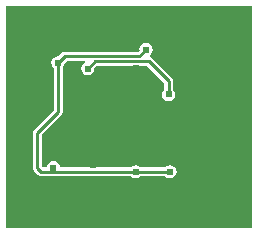
<source format=gbl>
G04*
G04 #@! TF.GenerationSoftware,Altium Limited,Altium Designer,19.0.15 (446)*
G04*
G04 Layer_Physical_Order=4*
G04 Layer_Color=16711680*
%FSLAX24Y24*%
%MOIN*%
G70*
G01*
G75*
%ADD10C,0.0098*%
%ADD37C,0.0240*%
G36*
X4297Y-3706D02*
X-3903D01*
Y3706D01*
X4297D01*
Y-3706D01*
D02*
G37*
%LPC*%
G36*
X758Y2478D02*
X672Y2461D01*
X599Y2413D01*
X551Y2340D01*
X534Y2254D01*
X535Y2246D01*
X468Y2180D01*
X-1959D01*
X-2017Y2168D01*
X-2066Y2135D01*
X-2168Y2034D01*
X-2175Y2035D01*
X-2261Y2018D01*
X-2334Y1970D01*
X-2382Y1897D01*
X-2400Y1811D01*
X-2382Y1725D01*
X-2334Y1652D01*
X-2327Y1648D01*
Y238D01*
X-2984Y-419D01*
X-3017Y-469D01*
X-3029Y-527D01*
Y-1683D01*
X-3017Y-1741D01*
X-2984Y-1791D01*
X-2847Y-1928D01*
X-2847Y-1928D01*
X-2797Y-1961D01*
X-2739Y-1973D01*
X-2739Y-1973D01*
X241D01*
X245Y-1979D01*
X318Y-2028D01*
X404Y-2045D01*
X489Y-2028D01*
X562Y-1979D01*
X566Y-1973D01*
X1382D01*
X1387Y-1979D01*
X1459Y-2028D01*
X1545Y-2045D01*
X1631Y-2028D01*
X1704Y-1979D01*
X1753Y-1907D01*
X1770Y-1821D01*
X1753Y-1735D01*
X1704Y-1662D01*
X1631Y-1614D01*
X1545Y-1597D01*
X1459Y-1614D01*
X1387Y-1662D01*
X1382Y-1669D01*
X566D01*
X562Y-1662D01*
X489Y-1614D01*
X404Y-1597D01*
X318Y-1614D01*
X245Y-1662D01*
X241Y-1669D01*
X-2115D01*
X-2130Y-1597D01*
X-2178Y-1524D01*
X-2251Y-1476D01*
X-2337Y-1459D01*
X-2423Y-1476D01*
X-2495Y-1524D01*
X-2544Y-1597D01*
X-2558Y-1669D01*
X-2676D01*
X-2725Y-1620D01*
Y-590D01*
X-2068Y67D01*
X-2068Y67D01*
X-2035Y117D01*
X-2023Y175D01*
Y1648D01*
X-2017Y1652D01*
X-1968Y1725D01*
X-1951Y1811D01*
X-1952Y1819D01*
X-1896Y1875D01*
X-1286D01*
X-1277Y1826D01*
X-1350Y1778D01*
X-1398Y1705D01*
X-1415Y1619D01*
X-1398Y1533D01*
X-1350Y1460D01*
X-1277Y1412D01*
X-1191Y1395D01*
X-1105Y1412D01*
X-1032Y1460D01*
X-984Y1533D01*
X-967Y1619D01*
X-968Y1627D01*
X-877Y1718D01*
X784D01*
X1354Y1148D01*
Y921D01*
X1347Y916D01*
X1299Y844D01*
X1282Y758D01*
X1299Y672D01*
X1347Y599D01*
X1420Y551D01*
X1506Y534D01*
X1592Y551D01*
X1665Y599D01*
X1713Y672D01*
X1730Y758D01*
X1713Y844D01*
X1665Y916D01*
X1658Y921D01*
Y1211D01*
X1646Y1269D01*
X1613Y1318D01*
X1613Y1318D01*
X954Y1978D01*
X905Y2011D01*
X885Y2014D01*
X875Y2067D01*
X916Y2095D01*
X965Y2168D01*
X982Y2254D01*
X965Y2340D01*
X916Y2413D01*
X844Y2461D01*
X758Y2478D01*
D02*
G37*
%LPD*%
D10*
X-1191Y1619D02*
X-940Y1870D01*
X531Y2027D02*
X758Y2254D01*
X-2175Y1811D02*
X-1959Y2027D01*
X531D01*
X-940Y1870D02*
X847D01*
X1506Y1211D01*
Y758D02*
Y1211D01*
X404Y-1821D02*
X1545D01*
X-2877Y-1683D02*
Y-527D01*
X-2175Y175D01*
Y1811D01*
X-2877Y-1683D02*
X-2739Y-1821D01*
X404D01*
X404Y-1821D01*
D37*
X758Y2254D02*
D03*
X404Y2263D02*
D03*
X2600Y717D02*
D03*
X2913Y1053D02*
D03*
X2160Y1804D02*
D03*
X1589Y2917D02*
D03*
X404Y1634D02*
D03*
X2539Y1073D02*
D03*
X1506Y758D02*
D03*
X2204Y738D02*
D03*
X2539Y1427D02*
D03*
X2569Y-39D02*
D03*
X4176Y-79D02*
D03*
Y679D02*
D03*
X3566D02*
D03*
X3566Y-79D02*
D03*
X3490Y-3590D02*
D03*
Y-2590D02*
D03*
X2472D02*
D03*
Y-3590D02*
D03*
X2825Y-797D02*
D03*
X3570Y3590D02*
D03*
X757D02*
D03*
X4176Y-3590D02*
D03*
Y-2590D02*
D03*
Y-1590D02*
D03*
X2472D02*
D03*
X3490D02*
D03*
Y-590D02*
D03*
X4176D02*
D03*
X2570Y3590D02*
D03*
X4176D02*
D03*
X1570D02*
D03*
X4176Y2590D02*
D03*
X3570D02*
D03*
X4176Y1590D02*
D03*
X3570D02*
D03*
X1496Y-2234D02*
D03*
X1208Y-3590D02*
D03*
X260D02*
D03*
X148Y-2559D02*
D03*
X-1020Y-2864D02*
D03*
Y-2070D02*
D03*
Y-3590D02*
D03*
X-1970D02*
D03*
X-1912Y-2559D02*
D03*
X-2503D02*
D03*
X-2500Y-3590D02*
D03*
X-3790Y-60D02*
D03*
X-2619Y394D02*
D03*
X-2835Y1033D02*
D03*
X-2913Y1467D02*
D03*
X-787Y2559D02*
D03*
X-2559Y2362D02*
D03*
X-719Y3590D02*
D03*
X-1575D02*
D03*
X-2559D02*
D03*
X-3790D02*
D03*
Y2362D02*
D03*
Y984D02*
D03*
Y-2470D02*
D03*
Y-3590D02*
D03*
X-2337Y-1683D02*
D03*
X-3062Y-157D02*
D03*
X-2175Y1811D02*
D03*
X-709Y1457D02*
D03*
X404Y-1821D02*
D03*
X1545Y-1821D02*
D03*
X404Y-2244D02*
D03*
X1211Y-2550D02*
D03*
X1417Y-1378D02*
D03*
X-3790Y-1330D02*
D03*
X-2002D02*
D03*
X-709Y709D02*
D03*
X-236D02*
D03*
X236D02*
D03*
X709D02*
D03*
X-709Y236D02*
D03*
X-236D02*
D03*
X236D02*
D03*
X709D02*
D03*
X-709Y-236D02*
D03*
X-236D02*
D03*
X236D02*
D03*
X709D02*
D03*
X-709Y-709D02*
D03*
X-236D02*
D03*
X236D02*
D03*
X709D02*
D03*
X-1610Y1760D02*
D03*
X-1580Y2520D02*
D03*
X-1020Y-1580D02*
D03*
X-1191Y1619D02*
D03*
M02*

</source>
